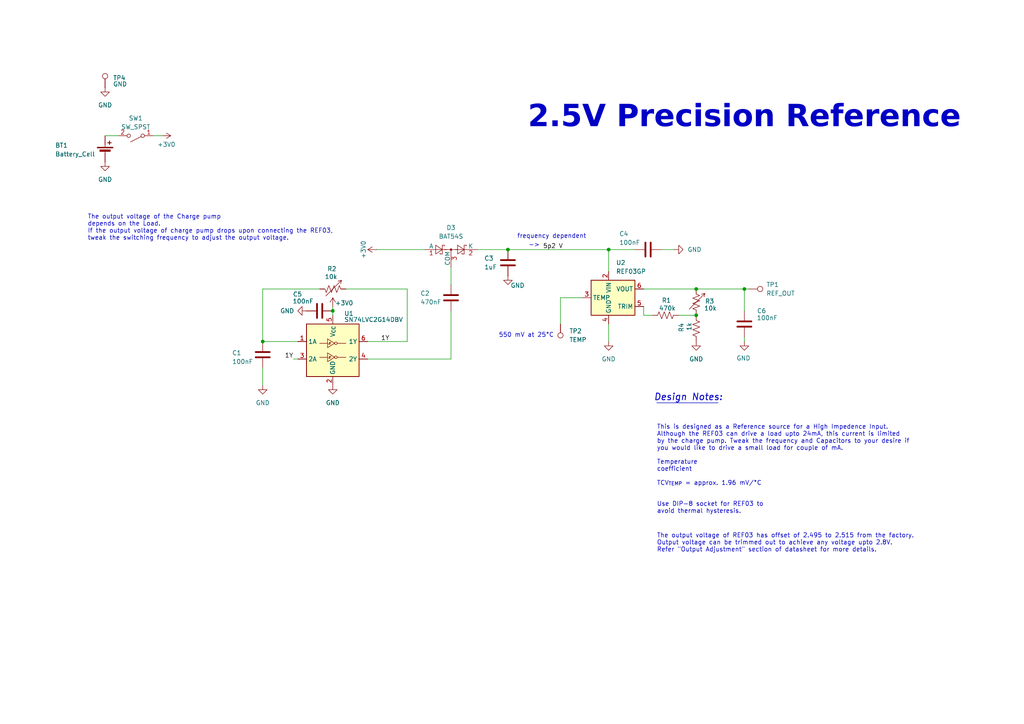
<source format=kicad_sch>
(kicad_sch (version 20250114) (generator "eeschema") (generator_version "9.0")
  (paper "A4")
  (title_block (title "REF03 Precision Reference") (date "2025-06-30") (rev "0.1") (comment 1 "Designed By: Nandish K K"))
  (lib_symbols
    (symbol "74xGxx:SN74LVC2G14DBV"
      (property "Reference" "U" (at 2.54 12.7 0))
      (property "Value" "SN74LVC2G14DBV" (at 2.54 10.16 0))
      (symbol "SN74LVC2G14DBV_1_1"
        (rectangle (start -7.62 7.62) (end 7.62 -7.62) (stroke (width 0.254)) (fill (type background)))
        (polyline (pts (xy -1.524 3.302) (xy 0.508 2.032) (xy -1.524 0.762) (xy -1.524 3.302)))
        (polyline (pts (xy -1.524 2.032) (xy -3.81 2.032)))
        (polyline (pts (xy -1.524 -0.762) (xy 0.508 -2.032) (xy -1.524 -3.302) (xy -1.524 -0.762)))
        (polyline (pts (xy -1.524 -2.032) (xy -3.81 -2.032)))
        (polyline (pts (xy -1.016 1.778) (xy -1.016 2.286) (xy -0.762 2.286) (xy -0.762 1.778) (xy -1.27 1.778)))
        (polyline (pts (xy -1.016 -2.286) (xy -1.016 -1.778) (xy -0.762 -1.778) (xy -0.762 -2.286) (xy -1.27 -2.286)))
        (polyline (pts (xy -0.762 2.286) (xy -0.508 2.286)))
        (polyline (pts (xy -0.762 -1.778) (xy -0.508 -1.778)))
        (circle (center 0.889 2.032) (radius 0.381))
        (circle (center 0.889 -2.032) (radius 0.381))
        (polyline (pts (xy 1.27 2.032) (xy 3.81 2.032)))
        (polyline (pts (xy 1.27 -2.032) (xy 3.81 -2.032)))
        (pin input line (at -10.16 2.54 0) (length 2.54) (name "1A") (number "1"))
        (pin input line (at -10.16 -2.54 0) (length 2.54) (name "2A") (number "3"))
        (pin power_in line (at 0 10.16 270) (length 2.54) (name "V_{CC}") (number "5"))
        (pin power_in line (at 0 -10.16 90) (length 2.54) (name "GND") (number "2"))
        (pin output line (at 10.16 2.54 180) (length 2.54) (name "1Y") (number "6"))
        (pin output line (at 10.16 -2.54 180) (length 2.54) (name "2Y") (number "4"))
      )
    )
    (symbol "Connector:TestPoint" (pin_numbers (hide yes)) (pin_names (offset 0.762) (hide yes))
      (property "Reference" "TP" (at 0 6.858 0))
      (property "Value" "TestPoint" (at 0 5.08 0))
      (symbol "TestPoint_0_1"
        (circle (center 0 3.302) (radius 0.762))
      )
      (symbol "TestPoint_1_1"
        (pin passive line (at 0 0 90) (length 2.54) (name "1") (number "1"))
      )
    )
    (symbol "Device:Battery_Cell" (pin_numbers (hide yes)) (pin_names (offset 0) (hide yes))
      (property "Reference" "BT" (at 2.54 2.54 0))
      (property "Value" "Battery_Cell" (at 2.54 0 0))
      (symbol "Battery_Cell_0_1"
        (rectangle (start -2.286 1.778) (end 2.286 1.524) (fill (type outline)))
        (rectangle (start -1.524 1.016) (end 1.524 0.508) (fill (type outline)))
        (polyline (pts (xy 0 1.778) (xy 0 2.54)))
        (polyline (pts (xy 0 0.762) (xy 0 0)))
        (polyline (pts (xy 0.762 3.048) (xy 1.778 3.048)) (stroke (width 0.254)))
        (polyline (pts (xy 1.27 3.556) (xy 1.27 2.54)) (stroke (width 0.254)))
      )
      (symbol "Battery_Cell_1_1"
        (pin passive line (at 0 5.08 270) (length 2.54) (name "+") (number "1"))
        (pin passive line (at 0 -2.54 90) (length 2.54) (name "-") (number "2"))
      )
    )
    (symbol "Device:C" (pin_numbers (hide yes)) (pin_names (offset 0.254))
      (property "Reference" "C" (at 0.635 2.54 0))
      (property "Value" "C" (at 0.635 -2.54 0))
      (symbol "C_0_1"
        (polyline (pts (xy -2.032 0.762) (xy 2.032 0.762)) (stroke (width 0.508)))
        (polyline (pts (xy -2.032 -0.762) (xy 2.032 -0.762)) (stroke (width 0.508)))
      )
      (symbol "C_1_1"
        (pin passive line (at 0 3.81 270) (length 2.794) (name "~") (number "1"))
        (pin passive line (at 0 -3.81 90) (length 2.794) (name "~") (number "2"))
      )
    )
    (symbol "Device:R_US" (pin_numbers (hide yes)) (pin_names (offset 0))
      (property "Reference" "R" (at 2.54 0 90))
      (property "Value" "R_US" (at -2.54 0 90))
      (symbol "R_US_0_1"
        (polyline (pts (xy 0 2.286) (xy 0 2.54)))
        (polyline (pts (xy 0 2.286) (xy 1.016 1.905) (xy 0 1.524) (xy -1.016 1.143) (xy 0 0.762)))
        (polyline (pts (xy 0 0.762) (xy 1.016 0.381) (xy 0 0) (xy -1.016 -0.381) (xy 0 -0.762)))
        (polyline (pts (xy 0 -0.762) (xy 1.016 -1.143) (xy 0 -1.524) (xy -1.016 -1.905) (xy 0 -2.286)))
        (polyline (pts (xy 0 -2.286) (xy 0 -2.54)))
      )
      (symbol "R_US_1_1"
        (pin passive line (at 0 3.81 270) (length 1.27) (name "~") (number "1"))
        (pin passive line (at 0 -3.81 90) (length 1.27) (name "~") (number "2"))
      )
    )
    (symbol "Device:R_Variable_US" (pin_numbers (hide yes)) (pin_names (offset 0))
      (property "Reference" "R" (at 2.54 -2.54 90))
      (property "Value" "R_Variable_US" (at -2.54 -1.27 90))
      (symbol "R_Variable_US_0_1"
        (polyline (pts (xy 0 2.286) (xy 0 2.54)))
        (polyline (pts (xy 0 2.286) (xy 1.016 1.905) (xy 0 1.524) (xy -1.016 1.143) (xy 0 0.762)) (stroke (width 0.1524)))
        (polyline (pts (xy 0 0.762) (xy 1.016 0.381) (xy 0 0) (xy -1.016 -0.381) (xy 0 -0.762)))
        (polyline (pts (xy 0 -0.762) (xy 1.016 -1.143) (xy 0 -1.524) (xy -1.016 -1.905) (xy 0 -2.286)))
        (polyline (pts (xy 0 -2.286) (xy 0 -2.54)))
        (polyline (pts (xy 2.286 1.524) (xy 2.54 2.54) (xy 1.524 2.286) (xy 2.54 2.54) (xy -2.032 -2.032)) (stroke (width 0.1524)))
      )
      (symbol "R_Variable_US_1_1"
        (pin passive line (at 0 3.81 270) (length 1.27) (name "~") (number "1"))
        (pin passive line (at 0 -3.81 90) (length 1.27) (name "~") (number "2"))
      )
    )
    (symbol "Diode:BAT54S" (pin_names (offset 0))
      (property "Reference" "D" (at 2.54 -5.08 0))
      (property "Value" "BAT54S" (at -6.35 3.175 0))
      (symbol "BAT54S_0_1"
        (polyline (pts (xy -4.445 1.27) (xy -4.445 -1.27) (xy -2.54 0) (xy -4.445 1.27)))
        (polyline (pts (xy -3.81 0) (xy -1.27 0)))
        (polyline (pts (xy -3.175 -1.27) (xy -3.175 -1.016)))
        (polyline (pts (xy -2.54 1.27) (xy -1.905 1.27)))
        (polyline (pts (xy -2.54 -1.27) (xy -3.175 -1.27)))
        (polyline (pts (xy -2.54 -1.27) (xy -2.54 1.27)))
        (polyline (pts (xy -1.905 1.27) (xy -1.905 1.016)))
        (polyline (pts (xy -1.905 0) (xy 1.905 0)))
        (circle (center 0 0) (radius 0.254) (fill (type outline)))
        (polyline (pts (xy 1.27 0) (xy 3.81 0)))
        (polyline (pts (xy 1.905 1.27) (xy 1.905 -1.27) (xy 3.81 0) (xy 1.905 1.27)))
        (polyline (pts (xy 3.175 -1.27) (xy 3.175 -1.016)))
        (polyline (pts (xy 3.81 1.27) (xy 4.445 1.27)))
        (polyline (pts (xy 3.81 -1.27) (xy 3.175 -1.27)))
        (polyline (pts (xy 3.81 -1.27) (xy 3.81 1.27)))
        (polyline (pts (xy 4.445 1.27) (xy 4.445 1.016)))
      )
      (symbol "BAT54S_1_1"
        (pin passive line (at -7.62 0 0) (length 3.81) (name "A") (number "1"))
        (pin passive line (at 0 -5.08 90) (length 5.08) (name "COM") (number "3"))
        (pin passive line (at 7.62 0 180) (length 3.81) (name "K") (number "2"))
      )
    )
    (symbol "Reference_Voltage:REF03GP"
      (property "Reference" "U" (at 0.635 8.255 0))
      (property "Value" "REF03GP" (at 0.635 6.35 0))
      (symbol "REF03GP_0_1"
        (rectangle (start -5.08 5.08) (end 7.62 -5.08) (stroke (width 0.254)) (fill (type background)))
      )
      (symbol "REF03GP_1_1"
        (pin passive line (at -7.62 0 0) (length 2.54) (name "TEMP") (number "3"))
        (pin no_connect line (at -2.54 -5.08 90) (length 2.54) (hide yes) (name "NC") (number "7"))
        (pin power_in line (at 0 7.62 270) (length 2.54) (name "VIN") (number "2"))
        (pin power_in line (at 0 -7.62 90) (length 2.54) (name "GND") (number "4"))
        (pin no_connect line (at 2.54 -5.08 90) (length 2.54) (hide yes) (name "NC") (number "1"))
        (pin no_connect line (at 7.62 0 180) (length 2.54) (hide yes) (name "NC") (number "8"))
        (pin power_out line (at 10.16 2.54 180) (length 2.54) (name "VOUT") (number "6"))
        (pin passive line (at 10.16 -2.54 180) (length 2.54) (name "TRIM") (number "5"))
      )
    )
    (symbol "Switch:SW_SPST" (pin_names (offset 0) (hide yes))
      (property "Reference" "SW" (at 0 3.175 0))
      (property "Value" "SW_SPST" (at 0 -2.54 0))
      (symbol "SW_SPST_0_0"
        (circle (center -2.032 0) (radius 0.508))
        (polyline (pts (xy -1.524 0.254) (xy 1.524 1.778)))
        (circle (center 2.032 0) (radius 0.508))
      )
      (symbol "SW_SPST_1_1"
        (pin passive line (at -5.08 0 0) (length 2.54) (name "A") (number "1"))
        (pin passive line (at 5.08 0 180) (length 2.54) (name "B") (number "2"))
      )
    )
    (symbol "power:+3V0" (power) (pin_numbers (hide yes)) (pin_names (offset 0) (hide yes))
      (property "Value" "+3V0" (at 0 3.556 0))
      (symbol "+3V0_0_1"
        (polyline (pts (xy -0.762 1.27) (xy 0 2.54)))
        (polyline (pts (xy 0 2.54) (xy 0.762 1.27)))
        (polyline (pts (xy 0 0) (xy 0 2.54)))
      )
      (symbol "+3V0_1_1"
        (pin power_in line (at 0 0 90) (length 0) (name "~") (number "1"))
      )
    )
    (symbol "power:GND" (power) (pin_numbers (hide yes)) (pin_names (offset 0) (hide yes))
      (property "Value" "GND" (at 0 -3.81 0))
      (symbol "GND_0_1"
        (polyline (pts (xy 0 0) (xy 0 -1.27) (xy 1.27 -1.27) (xy 0 -2.54) (xy -1.27 -1.27) (xy 0 -1.27)))
      )
      (symbol "GND_1_1"
        (pin power_in line (at 0 0 270) (length 0) (name "~") (number "1"))
      )
    )
  )
  (text "550 mV at 25°C" (at 152.654 97.282 0) (effects (font (size 1.27 1.27))))
  (text "The output voltage of the Charge pump \ndepends on the Load.\nIf the output voltage of charge pump drops upon connecting the REF03,\ntweak the switching frequency to adjust the output voltage.\n" (at 25.4 66.04 0) (effects (font (size 1.27 1.27)) (justify left)))
  (text "Design Notes:" (at 199.644 115.316 0) (effects (font (size 1.905 1.905) (thickness 0.254) (bold yes) (italic yes))))
  (text "2.5V Precision Reference" (at 215.9 35.814 0) (effects (font (size 6.35 6.35) (thickness 1.27) (bold yes) (italic yes))))
  (text "Use DIP-8 socket for REF03 to\navoid thermal hysteresis." (at 190.5 147.32 0) (effects (font (size 1.27 1.27)) (justify left)))
  (text "Temperature\ncoefficient\n\nTCV_{TEMP} = approx. 1.96 mV/°C" (at 190.5 137.16 0) (effects (font (size 1.27 1.27)) (justify left)))
  (text "The output voltage of REF03 has offset of 2.495 to 2.515 from the factory.\nOutput voltage can be trimmed out to achieve any voltage upto 2.8V.\nRefer \"Output Adjustment\" section of datasheet for more details.\n" (at 190.5 157.48 0) (effects (font (size 1.27 1.27)) (justify left)))
  (text "This is designed as a Reference source for a High Impedence Input.\nAlthough the REF03 can drive a load upto 24mA, this current is limited\nby the charge pump. Tweak the frequency and Capacitors to your desire if \nyou would like to drive a small load for couple of mA." (at 190.5 127 0) (effects (font (size 1.27 1.27)) (justify left)))
  (text "frequency dependent\n" (at 160.02 68.58 0) (effects (font (size 1.27 1.27))))
  (text "->\n" (at 154.94 71.12 0) (effects (font (size 1.27 1.27))))
  (junction (at 201.93 83.82))
  (junction (at 76.2 99.06))
  (junction (at 215.9 83.82))
  (junction (at 96.52 90.17))
  (junction (at 176.53 72.39))
  (junction (at 147.32 72.39))
  (junction (at 201.93 91.44))
  (wire (pts (xy 201.93 83.82) (xy 215.9 83.82)))
  (polyline (pts (xy 190.5 116.84) (xy 208.28 116.84)))
  (wire (pts (xy 186.69 91.44) (xy 186.69 88.9)))
  (wire (pts (xy 96.52 90.17) (xy 96.52 91.44)))
  (wire (pts (xy 176.53 78.74) (xy 176.53 72.39)))
  (wire (pts (xy 76.2 83.82) (xy 76.2 99.06)))
  (wire (pts (xy 162.56 93.98) (xy 162.56 86.36)))
  (wire (pts (xy 118.11 83.82) (xy 100.33 83.82)))
  (wire (pts (xy 109.22 72.39) (xy 123.19 72.39)))
  (wire (pts (xy 106.68 104.14) (xy 130.81 104.14)))
  (wire (pts (xy 176.53 99.06) (xy 176.53 93.98)))
  (wire (pts (xy 130.81 90.17) (xy 130.81 104.14)))
  (wire (pts (xy 76.2 99.06) (xy 86.36 99.06)))
  (wire (pts (xy 92.71 83.82) (xy 76.2 83.82)))
  (wire (pts (xy 215.9 97.79) (xy 215.9 99.06)))
  (wire (pts (xy 196.85 91.44) (xy 201.93 91.44)))
  (wire (pts (xy 147.32 72.39) (xy 176.53 72.39)))
  (wire (pts (xy 106.68 99.06) (xy 118.11 99.06)))
  (wire (pts (xy 130.81 77.47) (xy 130.81 82.55)))
  (wire (pts (xy 195.58 72.39) (xy 191.77 72.39)))
  (wire (pts (xy 44.45 39.37) (xy 46.99 39.37)))
  (wire (pts (xy 30.48 39.37) (xy 34.29 39.37)))
  (wire (pts (xy 217.17 83.82) (xy 215.9 83.82)))
  (wire (pts (xy 186.69 83.82) (xy 201.93 83.82)))
  (wire (pts (xy 176.53 72.39) (xy 184.15 72.39)))
  (wire (pts (xy 215.9 90.17) (xy 215.9 83.82)))
  (wire (pts (xy 162.56 86.36) (xy 168.91 86.36)))
  (wire (pts (xy 138.43 72.39) (xy 147.32 72.39)))
  (wire (pts (xy 189.23 91.44) (xy 186.69 91.44)))
  (wire (pts (xy 76.2 106.68) (xy 76.2 111.76)))
  (wire (pts (xy 118.11 99.06) (xy 118.11 83.82)))
  (wire (pts (xy 85.09 104.14) (xy 86.36 104.14)))
  (wire (pts (xy 96.52 88.9) (xy 96.52 90.17)))
  (label "1Y" (at 85.09 104.14 180))
  (label "5p2 V" (at 157.48 72.39 0))
  (label "1Y" (at 110.49 99.06 0))
  (symbol (lib_id "power:GND") (at 147.32 80.01 0) (unit 1)
    (property "Reference" "#PWR05" (effects (hide yes)))
    (property "Value" "GND" (at 150.114 82.804 0))
    (property "Description" "Power symbol creates a global label with name \"GND\" , ground" (effects (hide yes)))
  )
  (symbol (lib_id "Device:C") (at 130.81 86.36 0) (unit 1)
    (property "Reference" "C2" (at 121.92 85.09 0) (effects (justify left)))
    (property "Value" "470nF" (at 121.92 87.63 0) (effects (justify left)))
    (property "Footprint" "Capacitor_SMD:C_0805_2012Metric" (effects (hide yes)))
    (property "Description" "Unpolarized capacitor" (effects (hide yes)))
  )
  (symbol (lib_id "power:GND") (at 88.9 90.17 270) (unit 1)
    (property "Reference" "#PWR08" (effects (hide yes)))
    (property "Value" "GND" (at 85.344 90.17 90) (effects (justify right)))
    (property "Description" "Power symbol creates a global label with name \"GND\" , ground" (effects (hide yes)))
  )
  (symbol (lib_id "power:GND") (at 215.9 99.06 0) (unit 1)
    (property "Reference" "#PWR09" (effects (hide yes)))
    (property "Value" "GND" (at 217.678 103.886 0) (effects (justify right)))
    (property "Description" "Power symbol creates a global label with name \"GND\" , ground" (effects (hide yes)))
  )
  (symbol (lib_id "Device:R_Variable_US") (at 96.52 83.82 270) (mirror x) (unit 1)
    (property "Reference" "R2" (at 96.266 77.978 90))
    (property "Value" "10k" (at 96.012 80.264 90))
    (property "Footprint" "Potentiometer_SMD:Potentiometer_Bourns_3214G_Horizontal" (effects (hide yes)))
    (property "Description" "Variable resistor, US symbol" (effects (hide yes)))
  )
  (symbol (lib_id "power:GND") (at 176.53 99.06 0) (unit 1)
    (property "Reference" "#PWR06" (effects (hide yes)))
    (property "Value" "GND" (at 176.53 104.14 0))
    (property "Description" "Power symbol creates a global label with name \"GND\" , ground" (effects (hide yes)))
  )
  (symbol (lib_id "Device:Battery_Cell") (at 30.48 44.45 0) (unit 1)
    (property "Reference" "BT1" (at 16.002 42.164 0) (effects (justify left)))
    (property "Value" "Battery_Cell" (at 16.002 44.704 0) (effects (justify left)))
    (property "Footprint" "Battery:BatteryHolder_Multicomp_BC-2001_1x2032" (effects (hide yes)))
    (property "Description" "Single-cell battery" (effects (hide yes)))
  )
  (symbol (lib_id "Device:C") (at 92.71 90.17 90) (unit 1)
    (property "Reference" "C5" (at 87.63 85.344 90) (effects (justify left)))
    (property "Value" "100nF" (at 90.932 87.376 90) (effects (justify left)))
    (property "Footprint" "Capacitor_SMD:C_0805_2012Metric" (effects (hide yes)))
    (property "Description" "Unpolarized capacitor" (effects (hide yes)))
  )
  (symbol (lib_id "Device:C") (at 76.2 102.87 0) (unit 1)
    (property "Reference" "C1" (at 67.31 102.362 0) (effects (justify left)))
    (property "Value" "100nF" (at 67.31 104.902 0) (effects (justify left)))
    (property "Footprint" "Capacitor_SMD:C_0805_2012Metric" (effects (hide yes)))
    (property "Description" "Unpolarized capacitor" (effects (hide yes)))
  )
  (symbol (lib_id "Device:C") (at 215.9 93.98 180) (unit 1)
    (property "Reference" "C6" (at 222.25 90.17 0) (effects (justify left)))
    (property "Value" "100nF" (at 225.552 92.202 0) (effects (justify left)))
    (property "Footprint" "Capacitor_SMD:C_0805_2012Metric" (effects (hide yes)))
    (property "Description" "Unpolarized capacitor" (effects (hide yes)))
  )
  (symbol (lib_id "Diode:BAT54S") (at 130.81 72.39 0) (unit 1)
    (property "Reference" "D3" (at 130.81 66.04 0))
    (property "Value" "BAT54S" (at 130.81 68.58 0))
    (property "Footprint" "Package_TO_SOT_SMD:SOT-23" (effects (hide yes)))
    (property "Datasheet" "https://www.diodes.com/assets/Datasheets/ds11005.pdf" (effects (hide yes)))
    (property "Description" "Vr 30V, If 200mA, Dual schottky barrier diode, in series, SOT-323" (effects (hide yes)))
  )
  (symbol (lib_id "power:GND") (at 76.2 111.76 0) (unit 1)
    (property "Reference" "#PWR02" (effects (hide yes)))
    (property "Value" "GND" (at 76.2 116.84 0))
    (property "Description" "Power symbol creates a global label with name \"GND\" , ground" (effects (hide yes)))
  )
  (symbol (lib_id "Connector:TestPoint") (at 162.56 93.98 180) (unit 1)
    (property "Reference" "TP2" (at 165.1 96.0119 0) (effects (justify right)))
    (property "Value" "TEMP" (at 165.1 98.5519 0) (effects (justify right)))
    (property "Footprint" "TestPoint:TestPoint_Pad_2.5x2.5mm" (effects (hide yes)))
    (property "Description" "test point" (effects (hide yes)))
  )
  (symbol (lib_id "Device:C") (at 147.32 76.2 0) (unit 1)
    (property "Reference" "C3" (at 140.462 74.93 0) (effects (justify left)))
    (property "Value" "1uF" (at 140.462 77.47 0) (effects (justify left)))
    (property "Footprint" "Capacitor_SMD:C_1206_3216Metric" (effects (hide yes)))
    (property "Description" "Unpolarized capacitor" (effects (hide yes)))
  )
  (symbol (lib_id "power:GND") (at 201.93 99.06 0) (unit 1)
    (property "Reference" "#PWR012" (effects (hide yes)))
    (property "Value" "GND" (at 201.93 104.14 0))
    (property "Description" "Power symbol creates a global label with name \"GND\" , ground" (effects (hide yes)))
  )
  (symbol (lib_id "power:+3V0") (at 46.99 39.37 270) (unit 1)
    (property "Reference" "#PWR011" (effects (hide yes)))
    (property "Value" "+3V0" (at 48.26 41.91 90))
    (property "Description" "Power symbol creates a global label with name \"+3V0\"" (effects (hide yes)))
  )
  (symbol (lib_id "Device:R_US") (at 201.93 95.25 180) (unit 1)
    (property "Reference" "R4" (at 197.612 94.996 90))
    (property "Value" "1k" (at 199.898 94.742 90))
    (property "Footprint" "Resistor_SMD:R_1206_3216Metric" (effects (hide yes)))
    (property "Description" "Resistor, US symbol" (effects (hide yes)))
  )
  (symbol (lib_id "power:GND") (at 30.48 46.99 0) (unit 1)
    (property "Reference" "#PWR013" (effects (hide yes)))
    (property "Value" "GND" (at 30.48 52.07 0))
    (property "Description" "Power symbol creates a global label with name \"GND\" , ground" (effects (hide yes)))
  )
  (symbol (lib_id "Switch:SW_SPST") (at 39.37 39.37 180) (unit 1)
    (property "Reference" "SW1" (at 39.37 34.29 0))
    (property "Value" "SW_SPST" (at 39.37 36.83 0))
    (property "Footprint" "Button_Switch_THT:SW_Slide-03_Wuerth-WS-SLTV_10x2.5x6.4_P2.54mm" (effects (hide yes)))
    (property "Description" "Single Pole Single Throw (SPST) switch" (effects (hide yes)))
  )
  (symbol (lib_id "Device:R_US") (at 193.04 91.44 90) (unit 1)
    (property "Reference" "R1" (at 193.294 87.122 90))
    (property "Value" "470k" (at 193.548 89.408 90))
    (property "Footprint" "Resistor_SMD:R_1206_3216Metric" (effects (hide yes)))
    (property "Description" "Resistor, US symbol" (effects (hide yes)))
  )
  (symbol (lib_id "power:GND") (at 96.52 111.76 0) (unit 1)
    (property "Reference" "#PWR01" (effects (hide yes)))
    (property "Value" "GND" (at 96.52 116.84 0))
    (property "Description" "Power symbol creates a global label with name \"GND\" , ground" (effects (hide yes)))
  )
  (symbol (lib_id "Device:R_Variable_US") (at 201.93 87.63 0) (unit 1)
    (property "Reference" "R3" (at 204.47 87.376 0) (effects (justify left)))
    (property "Value" "10k" (at 204.216 89.408 0) (effects (justify left)))
    (property "Footprint" "Potentiometer_SMD:Potentiometer_Bourns_3214G_Horizontal" (effects (hide yes)))
    (property "Description" "Variable resistor, US symbol" (effects (hide yes)))
  )
  (symbol (lib_id "Reference_Voltage:REF03GP") (at 176.53 86.36 0) (unit 1)
    (property "Reference" "U2" (at 178.6733 76.2 0) (effects (justify left)))
    (property "Value" "REF03GP" (at 178.6733 78.74 0) (effects (justify left)))
    (property "Footprint" "Package_DIP:PowerIntegrations_SMD-8" (effects (hide yes)))
    (property "Datasheet" "https://www.analog.com/media/en/technical-documentation/data-sheets/REF01_02_03.pdf" (effects (hide yes)))
    (property "Description" "2.5V ±15mV Precision Voltage Reference, PDIP-8" (effects (hide yes)))
  )
  (symbol (lib_id "Connector:TestPoint") (at 30.48 25.4 0) (unit 1)
    (property "Reference" "TP4" (at 32.766 22.606 0) (effects (justify left)))
    (property "Value" "GND" (at 32.766 24.384 0) (effects (justify left)))
    (property "Footprint" "TestPoint:TestPoint_Loop_D2.50mm_Drill1.0mm" (effects (hide yes)))
    (property "Description" "test point" (effects (hide yes)))
  )
  (symbol (lib_id "power:GND") (at 195.58 72.39 90) (unit 1)
    (property "Reference" "#PWR07" (effects (hide yes)))
    (property "Value" "GND" (at 199.39 72.3899 90) (effects (justify right)))
    (property "Description" "Power symbol creates a global label with name \"GND\" , ground" (effects (hide yes)))
  )
  (symbol (lib_id "74xGxx:SN74LVC2G14DBV") (at 96.52 101.6 0) (unit 1)
    (property "Reference" "U1" (at 99.822 90.932 0) (effects (justify left)))
    (property "Value" "SN74LVC2G14DBV" (at 99.822 92.71 0) (effects (justify left)))
    (property "Footprint" "Package_TO_SOT_SMD:SOT-23-6" (effects (hide yes)))
    (property "Datasheet" "https://www.ti.com/lit/ds/symlink/sn74lvc2g14.pdf" (effects (hide yes)))
    (property "Description" "Dual schmitt inverter, VCC from 1.65 to 5.5 V, SOT-23" (effects (hide yes)))
  )
  (symbol (lib_id "power:+3V0") (at 109.22 72.39 90) (unit 1)
    (property "Reference" "#PWR04" (effects (hide yes)))
    (property "Value" "+3V0" (at 105.41 72.39 0))
    (property "Description" "Power symbol creates a global label with name \"+3V0\"" (effects (hide yes)))
  )
  (symbol (lib_id "power:GND") (at 30.48 25.4 0) (unit 1)
    (property "Reference" "#PWR010" (effects (hide yes)))
    (property "Value" "GND" (at 30.48 30.48 0))
    (property "Description" "Power symbol creates a global label with name \"GND\" , ground" (effects (hide yes)))
  )
  (symbol (lib_id "Device:C") (at 187.96 72.39 270) (unit 1)
    (property "Reference" "C4" (at 179.578 67.818 90) (effects (justify left)))
    (property "Value" "100nF" (at 179.578 70.358 90) (effects (justify left)))
    (property "Footprint" "Capacitor_SMD:C_0805_2012Metric" (effects (hide yes)))
    (property "Description" "Unpolarized capacitor" (effects (hide yes)))
  )
  (symbol (lib_id "Connector:TestPoint") (at 217.17 83.82 270) (unit 1)
    (property "Reference" "TP1" (at 222.25 82.5499 90) (effects (justify left)))
    (property "Value" "REF_OUT" (at 222.25 85.0899 90) (effects (justify left)))
    (property "Footprint" "TestPoint:TestPoint_Loop_D2.50mm_Drill1.0mm" (effects (hide yes)))
    (property "Description" "test point" (effects (hide yes)))
  )
  (symbol (lib_id "power:+3V0") (at 96.52 88.9 0) (unit 1)
    (property "Reference" "#PWR03" (effects (hide yes)))
    (property "Value" "+3V0" (at 99.822 87.884 0))
    (property "Description" "Power symbol creates a global label with name \"+3V0\"" (effects (hide yes)))
  )
)
</source>
